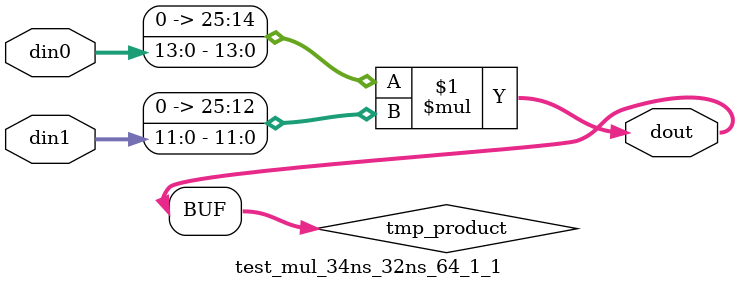
<source format=v>

`timescale 1 ns / 1 ps

  module test_mul_34ns_32ns_64_1_1(din0, din1, dout);
parameter ID = 1;
parameter NUM_STAGE = 0;
parameter din0_WIDTH = 14;
parameter din1_WIDTH = 12;
parameter dout_WIDTH = 26;

input [din0_WIDTH - 1 : 0] din0; 
input [din1_WIDTH - 1 : 0] din1; 
output [dout_WIDTH - 1 : 0] dout;

wire signed [dout_WIDTH - 1 : 0] tmp_product;










assign tmp_product = $signed({1'b0, din0}) * $signed({1'b0, din1});











assign dout = tmp_product;







endmodule

</source>
